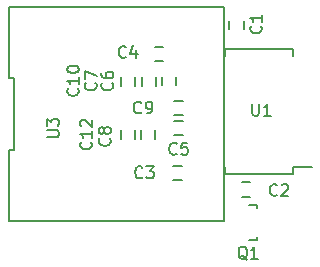
<source format=gbr>
G04 #@! TF.FileFunction,Legend,Top*
%FSLAX46Y46*%
G04 Gerber Fmt 4.6, Leading zero omitted, Abs format (unit mm)*
G04 Created by KiCad (PCBNEW 4.1.0-alpha+201606051201+6884~45~ubuntu16.04.1-product) date Tue Jun  7 15:38:57 2016*
%MOMM*%
%LPD*%
G01*
G04 APERTURE LIST*
%ADD10C,0.100000*%
%ADD11C,0.150000*%
G04 APERTURE END LIST*
D10*
D11*
X117600000Y-95850000D02*
X117600000Y-95150000D01*
X118800000Y-95150000D02*
X118800000Y-95850000D01*
X119350000Y-110000000D02*
X118650000Y-110000000D01*
X118650000Y-108800000D02*
X119350000Y-108800000D01*
X113550000Y-108600000D02*
X112850000Y-108600000D01*
X112850000Y-107400000D02*
X113550000Y-107400000D01*
X111300000Y-97300000D02*
X112000000Y-97300000D01*
X112000000Y-98500000D02*
X111300000Y-98500000D01*
X113650000Y-104800000D02*
X112950000Y-104800000D01*
X112950000Y-103600000D02*
X113650000Y-103600000D01*
X111900000Y-100550000D02*
X111900000Y-99850000D01*
X113100000Y-99850000D02*
X113100000Y-100550000D01*
X110200000Y-100600000D02*
X110200000Y-99900000D01*
X111400000Y-99900000D02*
X111400000Y-100600000D01*
X110100000Y-105100000D02*
X110100000Y-104400000D01*
X111300000Y-104400000D02*
X111300000Y-105100000D01*
X113650000Y-103100000D02*
X112950000Y-103100000D01*
X112950000Y-101900000D02*
X113650000Y-101900000D01*
X109600000Y-99900000D02*
X109600000Y-100600000D01*
X108400000Y-100600000D02*
X108400000Y-99900000D01*
X108400000Y-105100000D02*
X108400000Y-104400000D01*
X109600000Y-104400000D02*
X109600000Y-105100000D01*
X119950240Y-113499160D02*
X119950240Y-113450900D01*
X119249200Y-110700180D02*
X119950240Y-110700180D01*
X119950240Y-110700180D02*
X119950240Y-110949100D01*
X119950240Y-113499160D02*
X119950240Y-113699820D01*
X119950240Y-113699820D02*
X119249200Y-113699820D01*
X122975000Y-108125000D02*
X122975000Y-107475000D01*
X117225000Y-108125000D02*
X117225000Y-107475000D01*
X117225000Y-97475000D02*
X117225000Y-98125000D01*
X122975000Y-97475000D02*
X122975000Y-98125000D01*
X122975000Y-108125000D02*
X117225000Y-108125000D01*
X122975000Y-97475000D02*
X117225000Y-97475000D01*
X122975000Y-107475000D02*
X124575000Y-107475000D01*
X98899000Y-112050000D02*
X117101000Y-112050000D01*
X117101000Y-112050000D02*
X117101000Y-93950000D01*
X117101000Y-93950000D02*
X98899000Y-93950000D01*
X98899000Y-93950000D02*
X98899000Y-99983334D01*
X98899000Y-99983334D02*
X99349000Y-99983334D01*
X99349000Y-99983334D02*
X99349000Y-106016666D01*
X99349000Y-106016666D02*
X98899000Y-106016666D01*
X98899000Y-106016666D02*
X98899000Y-112050000D01*
X120257142Y-95566666D02*
X120304761Y-95614285D01*
X120352380Y-95757142D01*
X120352380Y-95852380D01*
X120304761Y-95995238D01*
X120209523Y-96090476D01*
X120114285Y-96138095D01*
X119923809Y-96185714D01*
X119780952Y-96185714D01*
X119590476Y-96138095D01*
X119495238Y-96090476D01*
X119400000Y-95995238D01*
X119352380Y-95852380D01*
X119352380Y-95757142D01*
X119400000Y-95614285D01*
X119447619Y-95566666D01*
X120352380Y-94614285D02*
X120352380Y-95185714D01*
X120352380Y-94900000D02*
X119352380Y-94900000D01*
X119495238Y-94995238D01*
X119590476Y-95090476D01*
X119638095Y-95185714D01*
X121633333Y-109857142D02*
X121585714Y-109904761D01*
X121442857Y-109952380D01*
X121347619Y-109952380D01*
X121204761Y-109904761D01*
X121109523Y-109809523D01*
X121061904Y-109714285D01*
X121014285Y-109523809D01*
X121014285Y-109380952D01*
X121061904Y-109190476D01*
X121109523Y-109095238D01*
X121204761Y-109000000D01*
X121347619Y-108952380D01*
X121442857Y-108952380D01*
X121585714Y-109000000D01*
X121633333Y-109047619D01*
X122014285Y-109047619D02*
X122061904Y-109000000D01*
X122157142Y-108952380D01*
X122395238Y-108952380D01*
X122490476Y-109000000D01*
X122538095Y-109047619D01*
X122585714Y-109142857D01*
X122585714Y-109238095D01*
X122538095Y-109380952D01*
X121966666Y-109952380D01*
X122585714Y-109952380D01*
X110233333Y-108357142D02*
X110185714Y-108404761D01*
X110042857Y-108452380D01*
X109947619Y-108452380D01*
X109804761Y-108404761D01*
X109709523Y-108309523D01*
X109661904Y-108214285D01*
X109614285Y-108023809D01*
X109614285Y-107880952D01*
X109661904Y-107690476D01*
X109709523Y-107595238D01*
X109804761Y-107500000D01*
X109947619Y-107452380D01*
X110042857Y-107452380D01*
X110185714Y-107500000D01*
X110233333Y-107547619D01*
X110566666Y-107452380D02*
X111185714Y-107452380D01*
X110852380Y-107833333D01*
X110995238Y-107833333D01*
X111090476Y-107880952D01*
X111138095Y-107928571D01*
X111185714Y-108023809D01*
X111185714Y-108261904D01*
X111138095Y-108357142D01*
X111090476Y-108404761D01*
X110995238Y-108452380D01*
X110709523Y-108452380D01*
X110614285Y-108404761D01*
X110566666Y-108357142D01*
X108833333Y-98157142D02*
X108785714Y-98204761D01*
X108642857Y-98252380D01*
X108547619Y-98252380D01*
X108404761Y-98204761D01*
X108309523Y-98109523D01*
X108261904Y-98014285D01*
X108214285Y-97823809D01*
X108214285Y-97680952D01*
X108261904Y-97490476D01*
X108309523Y-97395238D01*
X108404761Y-97300000D01*
X108547619Y-97252380D01*
X108642857Y-97252380D01*
X108785714Y-97300000D01*
X108833333Y-97347619D01*
X109690476Y-97585714D02*
X109690476Y-98252380D01*
X109452380Y-97204761D02*
X109214285Y-97919047D01*
X109833333Y-97919047D01*
X113133333Y-106357142D02*
X113085714Y-106404761D01*
X112942857Y-106452380D01*
X112847619Y-106452380D01*
X112704761Y-106404761D01*
X112609523Y-106309523D01*
X112561904Y-106214285D01*
X112514285Y-106023809D01*
X112514285Y-105880952D01*
X112561904Y-105690476D01*
X112609523Y-105595238D01*
X112704761Y-105500000D01*
X112847619Y-105452380D01*
X112942857Y-105452380D01*
X113085714Y-105500000D01*
X113133333Y-105547619D01*
X114038095Y-105452380D02*
X113561904Y-105452380D01*
X113514285Y-105928571D01*
X113561904Y-105880952D01*
X113657142Y-105833333D01*
X113895238Y-105833333D01*
X113990476Y-105880952D01*
X114038095Y-105928571D01*
X114085714Y-106023809D01*
X114085714Y-106261904D01*
X114038095Y-106357142D01*
X113990476Y-106404761D01*
X113895238Y-106452380D01*
X113657142Y-106452380D01*
X113561904Y-106404761D01*
X113514285Y-106357142D01*
X107657142Y-100366666D02*
X107704761Y-100414285D01*
X107752380Y-100557142D01*
X107752380Y-100652380D01*
X107704761Y-100795238D01*
X107609523Y-100890476D01*
X107514285Y-100938095D01*
X107323809Y-100985714D01*
X107180952Y-100985714D01*
X106990476Y-100938095D01*
X106895238Y-100890476D01*
X106800000Y-100795238D01*
X106752380Y-100652380D01*
X106752380Y-100557142D01*
X106800000Y-100414285D01*
X106847619Y-100366666D01*
X106752380Y-99509523D02*
X106752380Y-99700000D01*
X106800000Y-99795238D01*
X106847619Y-99842857D01*
X106990476Y-99938095D01*
X107180952Y-99985714D01*
X107561904Y-99985714D01*
X107657142Y-99938095D01*
X107704761Y-99890476D01*
X107752380Y-99795238D01*
X107752380Y-99604761D01*
X107704761Y-99509523D01*
X107657142Y-99461904D01*
X107561904Y-99414285D01*
X107323809Y-99414285D01*
X107228571Y-99461904D01*
X107180952Y-99509523D01*
X107133333Y-99604761D01*
X107133333Y-99795238D01*
X107180952Y-99890476D01*
X107228571Y-99938095D01*
X107323809Y-99985714D01*
X106257142Y-100366666D02*
X106304761Y-100414285D01*
X106352380Y-100557142D01*
X106352380Y-100652380D01*
X106304761Y-100795238D01*
X106209523Y-100890476D01*
X106114285Y-100938095D01*
X105923809Y-100985714D01*
X105780952Y-100985714D01*
X105590476Y-100938095D01*
X105495238Y-100890476D01*
X105400000Y-100795238D01*
X105352380Y-100652380D01*
X105352380Y-100557142D01*
X105400000Y-100414285D01*
X105447619Y-100366666D01*
X105352380Y-100033333D02*
X105352380Y-99366666D01*
X106352380Y-99795238D01*
X107457142Y-105066666D02*
X107504761Y-105114285D01*
X107552380Y-105257142D01*
X107552380Y-105352380D01*
X107504761Y-105495238D01*
X107409523Y-105590476D01*
X107314285Y-105638095D01*
X107123809Y-105685714D01*
X106980952Y-105685714D01*
X106790476Y-105638095D01*
X106695238Y-105590476D01*
X106600000Y-105495238D01*
X106552380Y-105352380D01*
X106552380Y-105257142D01*
X106600000Y-105114285D01*
X106647619Y-105066666D01*
X106980952Y-104495238D02*
X106933333Y-104590476D01*
X106885714Y-104638095D01*
X106790476Y-104685714D01*
X106742857Y-104685714D01*
X106647619Y-104638095D01*
X106600000Y-104590476D01*
X106552380Y-104495238D01*
X106552380Y-104304761D01*
X106600000Y-104209523D01*
X106647619Y-104161904D01*
X106742857Y-104114285D01*
X106790476Y-104114285D01*
X106885714Y-104161904D01*
X106933333Y-104209523D01*
X106980952Y-104304761D01*
X106980952Y-104495238D01*
X107028571Y-104590476D01*
X107076190Y-104638095D01*
X107171428Y-104685714D01*
X107361904Y-104685714D01*
X107457142Y-104638095D01*
X107504761Y-104590476D01*
X107552380Y-104495238D01*
X107552380Y-104304761D01*
X107504761Y-104209523D01*
X107457142Y-104161904D01*
X107361904Y-104114285D01*
X107171428Y-104114285D01*
X107076190Y-104161904D01*
X107028571Y-104209523D01*
X106980952Y-104304761D01*
X110133333Y-102857142D02*
X110085714Y-102904761D01*
X109942857Y-102952380D01*
X109847619Y-102952380D01*
X109704761Y-102904761D01*
X109609523Y-102809523D01*
X109561904Y-102714285D01*
X109514285Y-102523809D01*
X109514285Y-102380952D01*
X109561904Y-102190476D01*
X109609523Y-102095238D01*
X109704761Y-102000000D01*
X109847619Y-101952380D01*
X109942857Y-101952380D01*
X110085714Y-102000000D01*
X110133333Y-102047619D01*
X110609523Y-102952380D02*
X110800000Y-102952380D01*
X110895238Y-102904761D01*
X110942857Y-102857142D01*
X111038095Y-102714285D01*
X111085714Y-102523809D01*
X111085714Y-102142857D01*
X111038095Y-102047619D01*
X110990476Y-102000000D01*
X110895238Y-101952380D01*
X110704761Y-101952380D01*
X110609523Y-102000000D01*
X110561904Y-102047619D01*
X110514285Y-102142857D01*
X110514285Y-102380952D01*
X110561904Y-102476190D01*
X110609523Y-102523809D01*
X110704761Y-102571428D01*
X110895238Y-102571428D01*
X110990476Y-102523809D01*
X111038095Y-102476190D01*
X111085714Y-102380952D01*
X104757142Y-100842857D02*
X104804761Y-100890476D01*
X104852380Y-101033333D01*
X104852380Y-101128571D01*
X104804761Y-101271428D01*
X104709523Y-101366666D01*
X104614285Y-101414285D01*
X104423809Y-101461904D01*
X104280952Y-101461904D01*
X104090476Y-101414285D01*
X103995238Y-101366666D01*
X103900000Y-101271428D01*
X103852380Y-101128571D01*
X103852380Y-101033333D01*
X103900000Y-100890476D01*
X103947619Y-100842857D01*
X104852380Y-99890476D02*
X104852380Y-100461904D01*
X104852380Y-100176190D02*
X103852380Y-100176190D01*
X103995238Y-100271428D01*
X104090476Y-100366666D01*
X104138095Y-100461904D01*
X103852380Y-99271428D02*
X103852380Y-99176190D01*
X103900000Y-99080952D01*
X103947619Y-99033333D01*
X104042857Y-98985714D01*
X104233333Y-98938095D01*
X104471428Y-98938095D01*
X104661904Y-98985714D01*
X104757142Y-99033333D01*
X104804761Y-99080952D01*
X104852380Y-99176190D01*
X104852380Y-99271428D01*
X104804761Y-99366666D01*
X104757142Y-99414285D01*
X104661904Y-99461904D01*
X104471428Y-99509523D01*
X104233333Y-99509523D01*
X104042857Y-99461904D01*
X103947619Y-99414285D01*
X103900000Y-99366666D01*
X103852380Y-99271428D01*
X105857142Y-105392857D02*
X105904761Y-105440476D01*
X105952380Y-105583333D01*
X105952380Y-105678571D01*
X105904761Y-105821428D01*
X105809523Y-105916666D01*
X105714285Y-105964285D01*
X105523809Y-106011904D01*
X105380952Y-106011904D01*
X105190476Y-105964285D01*
X105095238Y-105916666D01*
X105000000Y-105821428D01*
X104952380Y-105678571D01*
X104952380Y-105583333D01*
X105000000Y-105440476D01*
X105047619Y-105392857D01*
X105952380Y-104440476D02*
X105952380Y-105011904D01*
X105952380Y-104726190D02*
X104952380Y-104726190D01*
X105095238Y-104821428D01*
X105190476Y-104916666D01*
X105238095Y-105011904D01*
X105047619Y-104059523D02*
X105000000Y-104011904D01*
X104952380Y-103916666D01*
X104952380Y-103678571D01*
X105000000Y-103583333D01*
X105047619Y-103535714D01*
X105142857Y-103488095D01*
X105238095Y-103488095D01*
X105380952Y-103535714D01*
X105952380Y-104107142D01*
X105952380Y-103488095D01*
X119104761Y-115347619D02*
X119009523Y-115300000D01*
X118914285Y-115204761D01*
X118771428Y-115061904D01*
X118676190Y-115014285D01*
X118580952Y-115014285D01*
X118628571Y-115252380D02*
X118533333Y-115204761D01*
X118438095Y-115109523D01*
X118390476Y-114919047D01*
X118390476Y-114585714D01*
X118438095Y-114395238D01*
X118533333Y-114300000D01*
X118628571Y-114252380D01*
X118819047Y-114252380D01*
X118914285Y-114300000D01*
X119009523Y-114395238D01*
X119057142Y-114585714D01*
X119057142Y-114919047D01*
X119009523Y-115109523D01*
X118914285Y-115204761D01*
X118819047Y-115252380D01*
X118628571Y-115252380D01*
X120009523Y-115252380D02*
X119438095Y-115252380D01*
X119723809Y-115252380D02*
X119723809Y-114252380D01*
X119628571Y-114395238D01*
X119533333Y-114490476D01*
X119438095Y-114538095D01*
X119538095Y-102152380D02*
X119538095Y-102961904D01*
X119585714Y-103057142D01*
X119633333Y-103104761D01*
X119728571Y-103152380D01*
X119919047Y-103152380D01*
X120014285Y-103104761D01*
X120061904Y-103057142D01*
X120109523Y-102961904D01*
X120109523Y-102152380D01*
X121109523Y-103152380D02*
X120538095Y-103152380D01*
X120823809Y-103152380D02*
X120823809Y-102152380D01*
X120728571Y-102295238D01*
X120633333Y-102390476D01*
X120538095Y-102438095D01*
X102152380Y-104961904D02*
X102961904Y-104961904D01*
X103057142Y-104914285D01*
X103104761Y-104866666D01*
X103152380Y-104771428D01*
X103152380Y-104580952D01*
X103104761Y-104485714D01*
X103057142Y-104438095D01*
X102961904Y-104390476D01*
X102152380Y-104390476D01*
X102152380Y-104009523D02*
X102152380Y-103390476D01*
X102533333Y-103723809D01*
X102533333Y-103580952D01*
X102580952Y-103485714D01*
X102628571Y-103438095D01*
X102723809Y-103390476D01*
X102961904Y-103390476D01*
X103057142Y-103438095D01*
X103104761Y-103485714D01*
X103152380Y-103580952D01*
X103152380Y-103866666D01*
X103104761Y-103961904D01*
X103057142Y-104009523D01*
M02*

</source>
